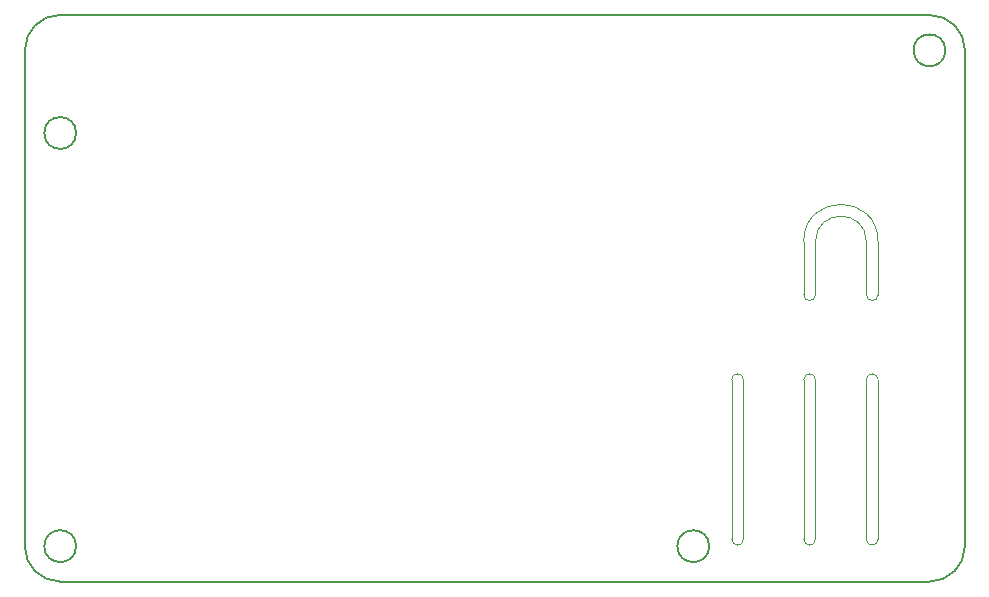
<source format=gm1>
G04 #@! TF.GenerationSoftware,KiCad,Pcbnew,8.0.2*
G04 #@! TF.CreationDate,2024-06-10T19:24:07+08:00*
G04 #@! TF.ProjectId,pppc_usb_hub,70707063-5f75-4736-925f-6875622e6b69,Rev3*
G04 #@! TF.SameCoordinates,Original*
G04 #@! TF.FileFunction,Profile,NP*
%FSLAX46Y46*%
G04 Gerber Fmt 4.6, Leading zero omitted, Abs format (unit mm)*
G04 Created by KiCad (PCBNEW 8.0.2) date 2024-06-10 19:24:07*
%MOMM*%
%LPD*%
G01*
G04 APERTURE LIST*
G04 #@! TA.AperFunction,Profile*
%ADD10C,0.050000*%
G04 #@! TD*
G04 #@! TA.AperFunction,Profile*
%ADD11C,0.200000*%
G04 #@! TD*
G04 APERTURE END LIST*
D10*
X180950000Y-104700000D02*
X180950000Y-100200000D01*
X179950000Y-100200000D02*
X179950000Y-104700000D01*
X180950000Y-104700000D02*
G75*
G02*
X179950000Y-104700000I-500000J0D01*
G01*
X174650000Y-104700000D02*
X174650000Y-100200000D01*
X175650000Y-104700000D02*
G75*
G02*
X174650000Y-104700000I-500000J0D01*
G01*
X179950000Y-111900000D02*
G75*
G02*
X180950000Y-111900000I500000J0D01*
G01*
X180950000Y-125400000D02*
G75*
G02*
X179950000Y-125400000I-500000J0D01*
G01*
X175650000Y-125400000D02*
G75*
G02*
X174650000Y-125400000I-500000J0D01*
G01*
X175650000Y-111900000D02*
X175650000Y-125400000D01*
X174650000Y-111900000D02*
G75*
G02*
X175650000Y-111900000I500000J0D01*
G01*
X168550000Y-111900000D02*
G75*
G02*
X169550000Y-111900000I500000J0D01*
G01*
X168550000Y-125400000D02*
X168550000Y-111900000D01*
X169550000Y-125400000D02*
G75*
G02*
X168550000Y-125400000I-500000J0D01*
G01*
X169550000Y-111900000D02*
X169550000Y-125400000D01*
X174650000Y-111900000D02*
X174650000Y-125400000D01*
X180950000Y-111900000D02*
X180950000Y-125400000D01*
X179950000Y-111900000D02*
X179950000Y-125400000D01*
X174650000Y-100200000D02*
G75*
G02*
X180950000Y-100200000I3150000J0D01*
G01*
X175650000Y-100200000D02*
G75*
G02*
X179950000Y-100200000I2150000J0D01*
G01*
D11*
X111700000Y-81010000D02*
X185300000Y-81010000D01*
X186650000Y-84010000D02*
G75*
G02*
X183950000Y-84010000I-1350000J0D01*
G01*
X183950000Y-84010000D02*
G75*
G02*
X186650000Y-84010000I1350000J0D01*
G01*
X185300000Y-128990000D02*
X111700000Y-128990000D01*
X108700000Y-125990000D02*
X108700000Y-84010000D01*
X111700000Y-128990000D02*
G75*
G02*
X108700000Y-125990000I0J3000000D01*
G01*
X113050000Y-91010000D02*
G75*
G02*
X110350000Y-91010000I-1350000J0D01*
G01*
X110350000Y-91010000D02*
G75*
G02*
X113050000Y-91010000I1350000J0D01*
G01*
X188300000Y-125990000D02*
G75*
G02*
X185300000Y-128990000I-3000000J0D01*
G01*
X113050000Y-125990000D02*
G75*
G02*
X110350000Y-125990000I-1350000J0D01*
G01*
X110350000Y-125990000D02*
G75*
G02*
X113050000Y-125990000I1350000J0D01*
G01*
X108700000Y-84010000D02*
G75*
G02*
X111700000Y-81010000I3000000J0D01*
G01*
X185300000Y-81010000D02*
G75*
G02*
X188300000Y-84010000I0J-3000000D01*
G01*
X166650000Y-125990000D02*
G75*
G02*
X163950000Y-125990000I-1350000J0D01*
G01*
X163950000Y-125990000D02*
G75*
G02*
X166650000Y-125990000I1350000J0D01*
G01*
X188300000Y-84010000D02*
X188300000Y-125990000D01*
D10*
X175650000Y-100200000D02*
X175650000Y-104700000D01*
M02*

</source>
